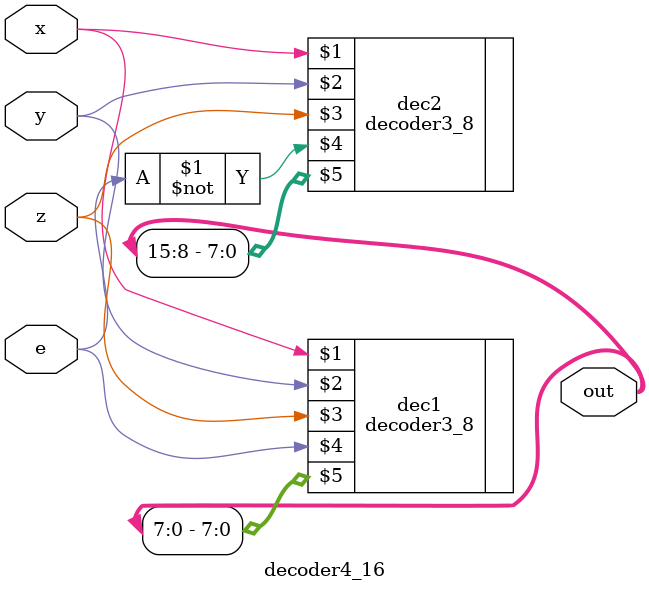
<source format=v>
`timescale 1ns / 1ps


module decoder4_16 (
    input x,y,z,   // 4-bit input
    input e,         // Enable input
    output [15:0] out // 16-bit output
);
decoder3_8 dec1(x,y,z,e,out[7:0]);
decoder3_8 dec2(x,y,z,~e,out[15:8]);
endmodule
</source>
